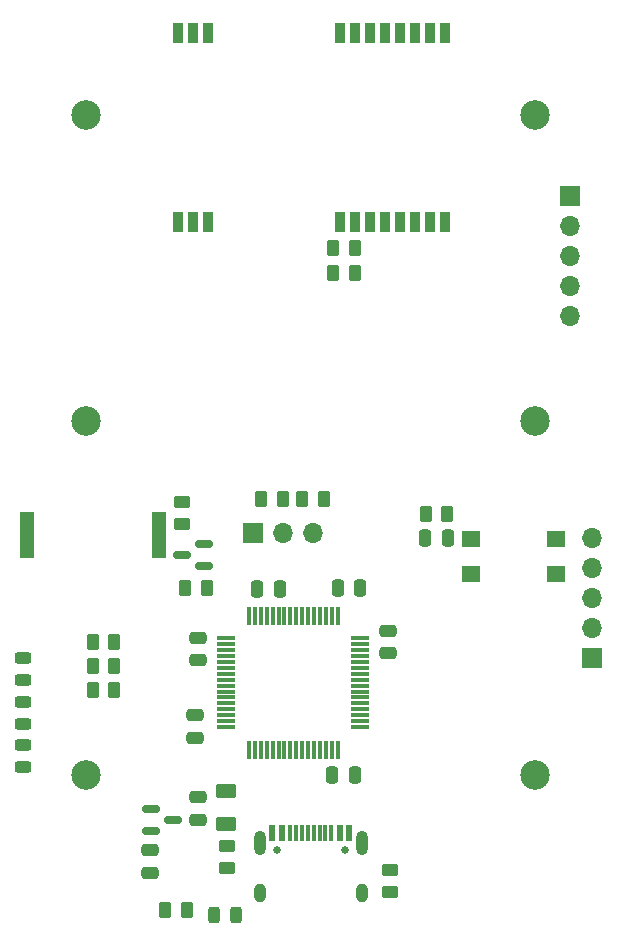
<source format=gbr>
%TF.GenerationSoftware,KiCad,Pcbnew,(6.0.4)*%
%TF.CreationDate,2022-05-01T17:18:24+08:00*%
%TF.ProjectId,RFID-siteV_1_0,52464944-2d73-4697-9465-565f315f302e,rev?*%
%TF.SameCoordinates,Original*%
%TF.FileFunction,Soldermask,Top*%
%TF.FilePolarity,Negative*%
%FSLAX46Y46*%
G04 Gerber Fmt 4.6, Leading zero omitted, Abs format (unit mm)*
G04 Created by KiCad (PCBNEW (6.0.4)) date 2022-05-01 17:18:24*
%MOMM*%
%LPD*%
G01*
G04 APERTURE LIST*
G04 Aperture macros list*
%AMRoundRect*
0 Rectangle with rounded corners*
0 $1 Rounding radius*
0 $2 $3 $4 $5 $6 $7 $8 $9 X,Y pos of 4 corners*
0 Add a 4 corners polygon primitive as box body*
4,1,4,$2,$3,$4,$5,$6,$7,$8,$9,$2,$3,0*
0 Add four circle primitives for the rounded corners*
1,1,$1+$1,$2,$3*
1,1,$1+$1,$4,$5*
1,1,$1+$1,$6,$7*
1,1,$1+$1,$8,$9*
0 Add four rect primitives between the rounded corners*
20,1,$1+$1,$2,$3,$4,$5,0*
20,1,$1+$1,$4,$5,$6,$7,0*
20,1,$1+$1,$6,$7,$8,$9,0*
20,1,$1+$1,$8,$9,$2,$3,0*%
G04 Aperture macros list end*
%ADD10RoundRect,0.250000X0.250000X0.475000X-0.250000X0.475000X-0.250000X-0.475000X0.250000X-0.475000X0*%
%ADD11R,1.700000X1.700000*%
%ADD12O,1.700000X1.700000*%
%ADD13C,2.500000*%
%ADD14R,0.900000X1.800000*%
%ADD15RoundRect,0.075000X-0.075000X0.700000X-0.075000X-0.700000X0.075000X-0.700000X0.075000X0.700000X0*%
%ADD16RoundRect,0.075000X-0.700000X0.075000X-0.700000X-0.075000X0.700000X-0.075000X0.700000X0.075000X0*%
%ADD17RoundRect,0.150000X-0.587500X-0.150000X0.587500X-0.150000X0.587500X0.150000X-0.587500X0.150000X0*%
%ADD18R,1.600000X1.400000*%
%ADD19RoundRect,0.250000X-0.262500X-0.450000X0.262500X-0.450000X0.262500X0.450000X-0.262500X0.450000X0*%
%ADD20RoundRect,0.250000X0.450000X-0.262500X0.450000X0.262500X-0.450000X0.262500X-0.450000X-0.262500X0*%
%ADD21RoundRect,0.250000X0.262500X0.450000X-0.262500X0.450000X-0.262500X-0.450000X0.262500X-0.450000X0*%
%ADD22RoundRect,0.150000X0.587500X0.150000X-0.587500X0.150000X-0.587500X-0.150000X0.587500X-0.150000X0*%
%ADD23C,0.650000*%
%ADD24R,0.600000X1.450000*%
%ADD25R,0.300000X1.450000*%
%ADD26O,1.000000X1.600000*%
%ADD27O,1.000000X2.100000*%
%ADD28RoundRect,0.250000X0.625000X-0.375000X0.625000X0.375000X-0.625000X0.375000X-0.625000X-0.375000X0*%
%ADD29RoundRect,0.243750X0.456250X-0.243750X0.456250X0.243750X-0.456250X0.243750X-0.456250X-0.243750X0*%
%ADD30RoundRect,0.243750X0.243750X0.456250X-0.243750X0.456250X-0.243750X-0.456250X0.243750X-0.456250X0*%
%ADD31RoundRect,0.250000X0.475000X-0.250000X0.475000X0.250000X-0.475000X0.250000X-0.475000X-0.250000X0*%
%ADD32RoundRect,0.250000X-0.250000X-0.475000X0.250000X-0.475000X0.250000X0.475000X-0.250000X0.475000X0*%
%ADD33RoundRect,0.250000X-0.475000X0.250000X-0.475000X-0.250000X0.475000X-0.250000X0.475000X0.250000X0*%
%ADD34R,1.200000X4.000000*%
G04 APERTURE END LIST*
D10*
%TO.C,C8*%
X100949800Y-161899600D03*
X99049800Y-161899600D03*
%TD*%
D11*
%TO.C,J3*%
X92329000Y-141427200D03*
D12*
X94869000Y-141427200D03*
X97409000Y-141427200D03*
%TD*%
D13*
%TO.C,H6*%
X116208239Y-106020952D03*
%TD*%
%TO.C,H5*%
X116208239Y-131920952D03*
%TD*%
%TO.C,H4*%
X116207982Y-161920952D03*
%TD*%
%TO.C,H3*%
X78207982Y-161920952D03*
%TD*%
%TO.C,H2*%
X78208239Y-131920952D03*
%TD*%
%TO.C,H1*%
X78208239Y-106020952D03*
%TD*%
D14*
%TO.C,U3*%
X108576000Y-115059200D03*
X107306000Y-115059200D03*
X106036000Y-115059200D03*
X104766000Y-115059200D03*
X103496000Y-115059200D03*
X102226000Y-115059200D03*
X100956000Y-115059200D03*
X99686000Y-115059200D03*
X88486000Y-115059200D03*
X87216000Y-115059200D03*
X85946000Y-115059200D03*
X85946000Y-99059200D03*
X87216000Y-99059200D03*
X88486000Y-99059200D03*
X99686000Y-99059200D03*
X100956000Y-99059200D03*
X102226000Y-99059200D03*
X103496000Y-99059200D03*
X104766000Y-99059200D03*
X106036000Y-99059200D03*
X107306000Y-99059200D03*
X108576000Y-99059200D03*
%TD*%
D15*
%TO.C,U2*%
X99482600Y-148426800D03*
X98982600Y-148426800D03*
X98482600Y-148426800D03*
X97982600Y-148426800D03*
X97482600Y-148426800D03*
X96982600Y-148426800D03*
X96482600Y-148426800D03*
X95982600Y-148426800D03*
X95482600Y-148426800D03*
X94982600Y-148426800D03*
X94482600Y-148426800D03*
X93982600Y-148426800D03*
X93482600Y-148426800D03*
X92982600Y-148426800D03*
X92482600Y-148426800D03*
X91982600Y-148426800D03*
D16*
X90057600Y-150351800D03*
X90057600Y-150851800D03*
X90057600Y-151351800D03*
X90057600Y-151851800D03*
X90057600Y-152351800D03*
X90057600Y-152851800D03*
X90057600Y-153351800D03*
X90057600Y-153851800D03*
X90057600Y-154351800D03*
X90057600Y-154851800D03*
X90057600Y-155351800D03*
X90057600Y-155851800D03*
X90057600Y-156351800D03*
X90057600Y-156851800D03*
X90057600Y-157351800D03*
X90057600Y-157851800D03*
D15*
X91982600Y-159776800D03*
X92482600Y-159776800D03*
X92982600Y-159776800D03*
X93482600Y-159776800D03*
X93982600Y-159776800D03*
X94482600Y-159776800D03*
X94982600Y-159776800D03*
X95482600Y-159776800D03*
X95982600Y-159776800D03*
X96482600Y-159776800D03*
X96982600Y-159776800D03*
X97482600Y-159776800D03*
X97982600Y-159776800D03*
X98482600Y-159776800D03*
X98982600Y-159776800D03*
X99482600Y-159776800D03*
D16*
X101407600Y-157851800D03*
X101407600Y-157351800D03*
X101407600Y-156851800D03*
X101407600Y-156351800D03*
X101407600Y-155851800D03*
X101407600Y-155351800D03*
X101407600Y-154851800D03*
X101407600Y-154351800D03*
X101407600Y-153851800D03*
X101407600Y-153351800D03*
X101407600Y-152851800D03*
X101407600Y-152351800D03*
X101407600Y-151851800D03*
X101407600Y-151351800D03*
X101407600Y-150851800D03*
X101407600Y-150351800D03*
%TD*%
D17*
%TO.C,U1*%
X83669900Y-164759600D03*
X83669900Y-166659600D03*
X85544900Y-165709600D03*
%TD*%
D18*
%TO.C,SW1*%
X110744000Y-144909800D03*
X117944000Y-144909800D03*
X110744000Y-141909800D03*
X117944000Y-141909800D03*
%TD*%
D19*
%TO.C,R13*%
X93001700Y-138557000D03*
X94826700Y-138557000D03*
%TD*%
%TO.C,R12*%
X96471100Y-138557000D03*
X98296100Y-138557000D03*
%TD*%
%TO.C,R11*%
X106954500Y-139828400D03*
X108779500Y-139828400D03*
%TD*%
%TO.C,R10*%
X99136200Y-119405400D03*
X100961200Y-119405400D03*
%TD*%
%TO.C,R9*%
X99138100Y-117297200D03*
X100963100Y-117297200D03*
%TD*%
%TO.C,R8*%
X78741900Y-154762200D03*
X80566900Y-154762200D03*
%TD*%
%TO.C,R7*%
X78743800Y-152730200D03*
X80568800Y-152730200D03*
%TD*%
D20*
%TO.C,R6*%
X86309200Y-140665200D03*
X86309200Y-138840200D03*
%TD*%
D19*
%TO.C,R5*%
X78741900Y-150698200D03*
X80566900Y-150698200D03*
%TD*%
%TO.C,R4*%
X86590500Y-146126200D03*
X88415500Y-146126200D03*
%TD*%
D21*
%TO.C,R3*%
X86713700Y-173380400D03*
X84888700Y-173380400D03*
%TD*%
D20*
%TO.C,R2*%
X90144600Y-167970200D03*
X90144600Y-169795200D03*
%TD*%
%TO.C,R1*%
X103962200Y-171803700D03*
X103962200Y-169978700D03*
%TD*%
D22*
%TO.C,Q1*%
X88211900Y-144256800D03*
X88211900Y-142356800D03*
X86336900Y-143306800D03*
%TD*%
D11*
%TO.C,J4*%
X121056400Y-152044400D03*
D12*
X121056400Y-149504400D03*
X121056400Y-146964400D03*
X121056400Y-144424400D03*
X121056400Y-141884400D03*
%TD*%
D11*
%TO.C,J2*%
X119126000Y-112882600D03*
D12*
X119126000Y-115422600D03*
X119126000Y-117962600D03*
X119126000Y-120502600D03*
X119126000Y-123042600D03*
%TD*%
D23*
%TO.C,J1*%
X100097982Y-168240400D03*
X94317982Y-168240400D03*
D24*
X93957982Y-166795400D03*
X94757982Y-166795400D03*
D25*
X95957982Y-166795400D03*
X96957982Y-166795400D03*
X97457982Y-166795400D03*
X98457982Y-166795400D03*
D24*
X99657982Y-166795400D03*
X100457982Y-166795400D03*
X100457982Y-166795400D03*
X99657982Y-166795400D03*
D25*
X98957982Y-166795400D03*
X97957982Y-166795400D03*
X96457982Y-166795400D03*
X95457982Y-166795400D03*
D24*
X94757982Y-166795400D03*
X93957982Y-166795400D03*
D26*
X92887982Y-171890400D03*
D27*
X92887982Y-167710400D03*
X101527982Y-167710400D03*
D26*
X101527982Y-171890400D03*
%TD*%
D28*
%TO.C,F1*%
X90017600Y-166093600D03*
X90017600Y-163293600D03*
%TD*%
D29*
%TO.C,D4*%
X72847200Y-161236900D03*
X72847200Y-159361900D03*
%TD*%
%TO.C,D3*%
X72847200Y-157604700D03*
X72847200Y-155729700D03*
%TD*%
%TO.C,D2*%
X72847200Y-153870900D03*
X72847200Y-151995900D03*
%TD*%
D30*
%TO.C,D1*%
X90878900Y-173786800D03*
X89003900Y-173786800D03*
%TD*%
D10*
%TO.C,C9*%
X108817000Y-141885800D03*
X106917000Y-141885800D03*
%TD*%
D31*
%TO.C,C7*%
X87452200Y-158750000D03*
X87452200Y-156850000D03*
%TD*%
%TO.C,C6*%
X87680800Y-152181600D03*
X87680800Y-150281600D03*
%TD*%
D32*
%TO.C,C5*%
X92699800Y-146177000D03*
X94599800Y-146177000D03*
%TD*%
D33*
%TO.C,C4*%
X103784400Y-149722800D03*
X103784400Y-151622800D03*
%TD*%
D32*
%TO.C,C3*%
X99481600Y-146075400D03*
X101381600Y-146075400D03*
%TD*%
D33*
%TO.C,C2*%
X83642200Y-168290200D03*
X83642200Y-170190200D03*
%TD*%
D31*
%TO.C,C1*%
X87706200Y-165694400D03*
X87706200Y-163794400D03*
%TD*%
D34*
%TO.C,BZ1*%
X73165400Y-141579600D03*
X84365400Y-141579600D03*
%TD*%
M02*

</source>
